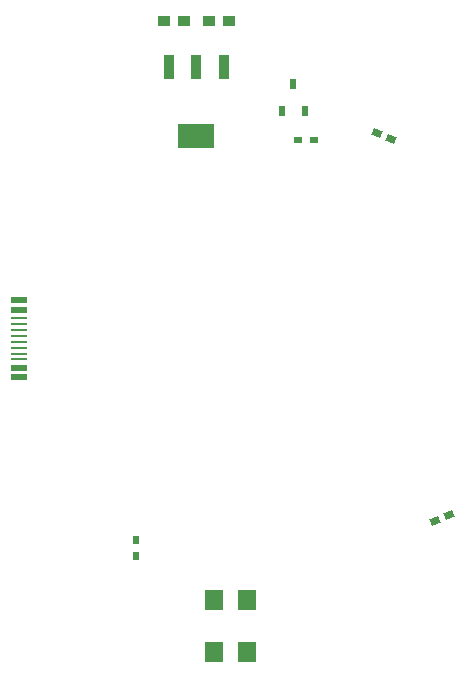
<source format=gbr>
G04 DipTrace 4.2.0.1*
G04 TopPaste.gbr*
%MOIN*%
G04 #@! TF.FileFunction,Paste,Top*
G04 #@! TF.Part,Single*
%AMOUTLINE2*
4,1,4,
-0.019069,-0.004886,
-0.01003,0.016938,
0.019069,0.004886,
0.01003,-0.016938,
-0.019069,-0.004886,
0*%
%AMOUTLINE5*
4,1,4,
0.010029,0.016939,
0.019069,-0.004885,
-0.010029,-0.016939,
-0.019069,0.004885,
0.010029,0.016939,
0*%
%ADD44R,0.124016X0.080709*%
%ADD46R,0.033465X0.080709*%
%ADD52R,0.023622X0.031496*%
%ADD54R,0.031496X0.023622*%
%ADD56R,0.021654X0.037402*%
%ADD62R,0.05315X0.019685*%
%ADD64R,0.05315X0.007874*%
%ADD66R,0.059055X0.066929*%
%ADD72R,0.03937X0.035433*%
%ADD77OUTLINE2*%
%ADD80OUTLINE5*%
%FSLAX26Y26*%
G04*
G70*
G90*
G75*
G01*
G04 TopPaste*
%LPD*%
D72*
X1249054Y2802757D3*
X1182125D3*
X1398660D3*
X1331731D3*
D77*
X1892734Y2430660D3*
X1940019Y2411075D3*
D80*
X2132933Y1155070D3*
X2085648Y1135484D3*
D66*
X1459684Y873623D3*
X1349448D3*
X1459684Y700395D3*
X1349448D3*
D64*
X699104Y1733860D3*
Y1753545D3*
Y1773230D3*
Y1792915D3*
Y1812600D3*
Y1714175D3*
Y1694490D3*
Y1674804D3*
D62*
Y1840159D3*
Y1871655D3*
Y1615749D3*
Y1647245D3*
D56*
X1575825Y2501576D3*
X1650629D3*
X1613227Y2592127D3*
D54*
X1680899Y2405119D3*
X1629718D3*
D52*
X1088858Y1072442D3*
Y1021261D3*
D46*
X1380944Y2649214D3*
X1290392D3*
X1199841D3*
D44*
X1290392Y2420867D3*
M02*

</source>
